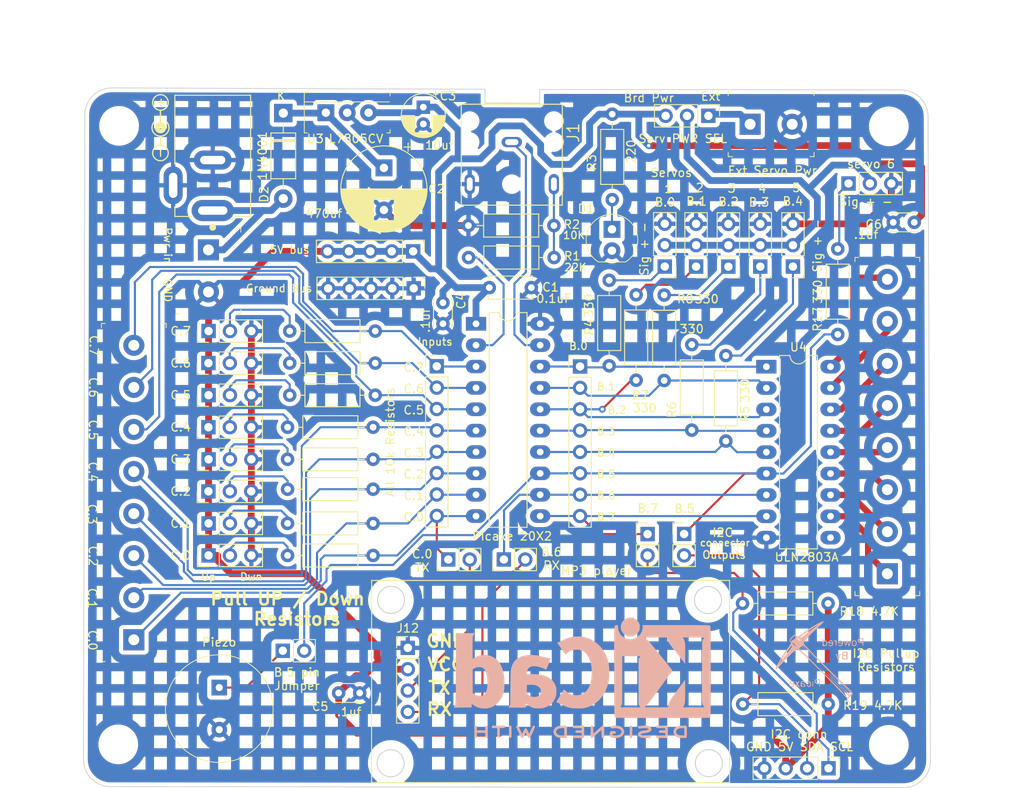
<source format=kicad_pcb>
(kicad_pcb (version 20211014) (generator pcbnew)
  (layers (0 "F.Cu" signal) (31 "B.Cu" signal) (34 "B.Paste" user) (35 "F.Paste" user) (36 "B.SilkS" user "B.Silkscreen") (37 "F.SilkS" user "F.Silkscreen") (38 "B.Mask" user) (39 "F.Mask" user) (44 "Edge.Cuts" user))
  (net 0 "")
  (net 1 "/ic7")
  (net 2 "/ic6")
  (net 3 "/ic5")
  (net 4 "/ic4")
  (net 5 "/ic3")
  (net 6 "/ic2")
  (net 7 "/ic1")
  (net 8 "/ic0")
  (net 9 "Net-(C2-Pad1)")
  (net 10 "Net-(D1-Pad1)")
  (net 11 "Net-(J1-Pad5)")
  (net 12 "/barr1")
  (net 13 "/ob0")
  (net 14 "/ob1")
  (net 15 "/ob2")
  (net 16 "/ob3")
  (net 17 "/ob4")
  (net 18 "/ob5")
  (net 19 "/ob6")
  (net 20 "/ob7")
  (net 21 "Net-(J3-Pad1)")
  (net 22 "/Ser+")
  (net 23 "Net-(J13-Pad1)")
  (net 24 "Net-(J14-Pad1)")
  (net 25 "Net-(J15-Pad1)")
  (net 26 "Net-(J16-Pad1)")
  (net 27 "/5V")
  (net 28 "/SPw-in")
  (net 30 "VCC")
  (net 31 "GNDREF")
  (net 32 "Net-(J29-Pad1)")
  (net 33 "Net-(R1-Pad2)")
  (net 34 "Net-(J19-Pad2)")
  (net 35 "Net-(J20-Pad2)")
  (net 36 "Net-(J21-Pad2)")
  (net 37 "Net-(J22-Pad2)")
  (net 38 "Net-(J23-Pad2)")
  (net 39 "Net-(J24-Pad2)")
  (net 40 "Net-(J25-Pad2)")
  (net 41 "Net-(J26-Pad2)")
  (net 42 "Net-(J4-Pad1)")
  (net 43 "/RX")
  (net 44 "/TX")
  (net 45 "Net-(J6-Pad1)")
  (net 46 "Net-(J6-Pad2)")
  (net 47 "Net-(J6-Pad3)")
  (net 48 "Net-(J6-Pad4)")
  (net 49 "Net-(J6-Pad5)")
  (net 50 "Net-(J6-Pad6)")
  (net 51 "Net-(J6-Pad7)")
  (net 52 "Net-(J6-Pad8)")
  (net 53 "/I2CP1")
  (net 54 "/I2CP2")
  (footprint "Resistor_THT:R_Axial_DIN0207_L6.3mm_D2.5mm_P10.16mm_Horizontal" (layer "F.Cu") (at 80.518 100.076)
    (fp_text reference "R12" hide)
    (fp_text value "10K" hide)
  )
  (footprint "digikey-footprints:LED_5mm_Radial" (layer "F.Cu") (at 118.8 86.71 -90)
    (fp_text reference "D1")
    (fp_text value "LTL2R3KEK" hide)
  )
  (footprint "digikey-footprints:TO-220-3" (layer "F.Cu") (at 84.81 70.31)
    (fp_text reference "U3")
    (fp_text value "L7805CV")
  )
  (footprint "Connector_PinHeader_2.54mm:PinHeader_1x03_P2.54mm_Vertical" (layer "F.Cu") (at 128.79 88.6 180)
    (fp_text reference "J14" hide)
    (fp_text value "servo 3" hide)
  )
  (footprint "Connector_PinHeader_2.54mm:PinHeader_1x03_P2.54mm_Vertical" (layer "F.Cu") (at 136.42 88.6 180)
    (fp_text reference "J15" hide)
    (fp_text value "servo 4" hide)
  )
  (footprint "Resistor_THT:R_Axial_DIN0207_L6.3mm_D2.5mm_P10.16mm_Horizontal" (layer "F.Cu") (at 118.47 100.39 90)
    (fp_text reference "R4")
    (fp_text value "330")
  )
  (footprint "MountingHole:MountingHole_3.7mm" (layer "F.Cu") (at 60.250929 71.872555)
    (fp_text reference "REF**" hide)
    (fp_text value "MountingHole_3.7mm" hide)
  )
  (footprint "Resistor_THT:R_Axial_DIN0207_L6.3mm_D2.5mm_P10.16mm_Horizontal" (layer "F.Cu") (at 111.905 83.725 180)
    (fp_text reference "R2")
    (fp_text value "10K")
  )
  (footprint "Connector_PinHeader_2.54mm:PinHeader_1x02_P2.54mm_Vertical" (layer "F.Cu") (at 105.96 123.42 90)
    (fp_text reference "J5" hide)
    (fp_text value "B.7 RX" hide)
  )
  (footprint "Connector_PinHeader_2.54mm:PinHeader_1x03_P2.54mm_Vertical" (layer "F.Cu") (at 146.9 78.72 90)
    (fp_text reference "J4" hide)
    (fp_text value "servo 6")
  )
  (footprint "Resistor_THT:R_Axial_DIN0207_L6.3mm_D2.5mm_P10.16mm_Horizontal" (layer "F.Cu") (at 80.264 122.936)
    (fp_text reference "R9" hide)
    (fp_text value "10K" hide)
  )
  (footprint "Connector_PinHeader_2.54mm:PinHeader_1x02_P2.54mm_Vertical" (layer "F.Cu") (at 123.03 120.4)
    (fp_text reference "J30" hide)
    (fp_text value "B.7")
  )
  (footprint "Connector_PinHeader_2.54mm:PinHeader_1x03_P2.54mm_Vertical" (layer "F.Cu") (at 70.881 96.266 90)
    (fp_text reference "J24" hide)
    (fp_text value "C.7")
  )
  (footprint "Connector_PinHeader_2.54mm:PinHeader_1x03_P2.54mm_Vertical" (layer "F.Cu") (at 70.881 122.936 90)
    (fp_text reference "J19" hide)
    (fp_text value "C.0")
  )
  (footprint "Connector_PinHeader_2.54mm:PinHeader_1x02_P2.54mm_Vertical" (layer "F.Cu") (at 99.36 123.42 90)
    (fp_text reference "J27" hide)
    (fp_text value "B.6 TX" hide)
  )
  (footprint "Capacitor_THT:C_Disc_D3.0mm_W2.0mm_P2.50mm" (layer "F.Cu") (at 86.33 139.28)
    (fp_text reference "C5")
    (fp_text value ".1uf")
  )
  (footprint "Connector_PinHeader_2.54mm:PinHeader_1x08_P2.54mm_Vertical" (layer "F.Cu") (at 115.01 100.47)
    (fp_text reference "J2" hide)
    (fp_text value "Conn_01x08_Male - pin I/O" hide)
  )
  (footprint "Capacitor_THT:C_Disc_D5.0mm_W2.5mm_P5.00mm" (layer "F.Cu") (at 104.225 91.1)
    (fp_text reference "C1")
    (fp_text value "0.1uF")
  )
  (footprint "Connector_PinHeader_2.54mm:PinHeader_1x02_P2.54mm_Vertical" (layer "F.Cu") (at 79.7 134.26 90)
    (fp_text reference "J29" hide)
    (fp_text value "B.5 pin" hide)
  )
  (footprint "Resistor_THT:R_Axial_DIN0207_L6.3mm_D2.5mm_P10.16mm_Horizontal" (layer "F.Cu") (at 80.264 115.062)
    (fp_text reference "R13" hide)
    (fp_text value "10K" hide)
  )
  (footprint "digikey-footprints:Term_Block_1x8_P5mm" (layer "F.Cu") (at 62 132.96 90)
    (fp_text reference "J28" hide)
    (fp_text value "OSTTC080162" hide)
  )
  (footprint "Connector_PinHeader_2.54mm:PinHeader_1x03_P2.54mm_Vertical" (layer "F.Cu") (at 70.866 115.316 90)
    (fp_text reference "J23" hide)
    (fp_text value "C.2")
  )
  (footprint "Connector_PinHeader_2.54mm:PinHeader_1x03_P2.54mm_Vertical" (layer "F.Cu") (at 70.881 119.126 90)
    (fp_text reference "J21" hide)
    (fp_text value "C.1")
  )
  (footprint "Package_DIP:DIP-20_W7.62mm_LongPads" (layer "F.Cu") (at 102.65 95.4)
    (fp_text reference "U1" hide)
    (fp_text value "Picaxe 20X2")
  )
  (footprint "Connector_PinHeader_2.54mm:PinHeader_1x04_P2.54mm_Vertical" (layer "F.Cu") (at 144.52 148.23 -90)
    (fp_text reference "J31" hide)
    (fp_text value "I2C conn")
  )
  (footprint "Resistor_THT:R_Axial_DIN0207_L6.3mm_D2.5mm_P10.16mm_Horizontal" (layer "F.Cu") (at 132.33 99.18 -90)
    (fp_text reference "R5")
    (fp_text value "330")
  )
  (footprint "Capacitor_THT:CP_Radial_D5.0mm_P2.00mm" (layer "F.Cu") (at 96.39 69.65 -90)
    (fp_text reference "C3")
    (fp_text value "10uf")
  )
  (footprint "Resistor_THT:R_Axial_DIN0207_L6.3mm_D2.5mm_P10.16mm_Horizontal" (layer "F.Cu") (at 145.62 86.5 -90)
    (fp_text reference "R17")
    (fp_text value "330")
  )
  (footprint "Resistor_THT:R_Axial_DIN0207_L6.3mm_D2.5mm_P10.16mm_Horizontal" (layer "F.Cu") (at 111.925 87.525 180)
    (fp_text reference "R1")
    (fp_text value "22K")
  )
  (footprint "MountingHole:MountingHole_3.7mm" (layer "F.Cu") (at 151.685001 145.45)
    (fp_text reference "REF**" hide)
    (fp_text value "MountingHole_3.7mm" hide)
  )
  (footprint "Connector_PinHeader_2.54mm:PinHeader_1x02_P2.54mm_Vertical" (layer "F.Cu") (at 127.37 120.385)
    (fp_text reference "J32" hide)
    (fp_text value "B.5")
  )
  (footprint "Resistor_THT:R_Axial_DIN0207_L6.3mm_D2.5mm_P10.16mm_Horizontal" (layer "F.Cu") (at 125 91.98 -90)
    (fp_text reference "R8")
    (fp_text value "330")
  )
  (footprint "Connector_BarrelJack:CUI_PJ-202AH" (layer "F.Cu") (at 71.374 75.438 90)
    (fp_text reference "J8" hide)
    (fp_text value "PJ-202AH" hide)
  )
  (footprint "digikey-footprints:Piezo_Transducer_THT_PS1240P02BT" (layer "F.Cu") (at 72.15 138.64)
    (fp_text reference "Piezo1" hide)
    (fp_text value "PS1240P02BT" hide)
  )
  (footprint "Resistor_THT:R_Axial_DIN0207_L6.3mm_D2.5mm_P10.16mm_Horizontal" (layer "F.Cu") (at 121.67 91.95 -90)
    (fp_text reference "R7")
    (fp_text value "330")
  )
  (footprint "Connector_PinHeader_2.54mm:PinHeader_1x03_P2.54mm_Vertical" (layer "F.Cu") (at 132.63 88.61 180)
    (fp_text reference "J13" hide)
    (fp_text value "servo 2" hide)
  )
  (footprint "Connector_PinHeader_2.54mm:PinHeader_1x03_P2.54mm_Vertical" (layer "F.Cu") (at 130.255 70.68 -90)
    (fp_text reference "J18" hide)
    (fp_text value "Servo power select" hide)
  )
  (footprint "Resistor_THT:R_Axial_DIN0207_L6.3mm_D2.5mm_P10.16mm_Horizontal" (layer "F.Cu") (at 80.264 111.506)
    (fp_text reference "R15" hide)
    (fp_text value "10K" hide)
  )
  (footprint "Resistor_THT:R_Axial_DIN0207_L6.3mm_D2.5mm_P10.16mm_Horizontal" (layer "F.Cu") (at 144.49 140.61 180)
    (fp_text reference "R19" hide)
    (fp_text value "R19 4.7K")
  )
  (footprint "Connector_PinHeader_2.54mm:PinHeader_1x03_P2.54mm_Vertical" (layer "F.Cu") (at 70.866 100.076 90)
    (fp_text reference "J22" hide)
    (fp_text value "C.6")
  )
  (footprint "Connector_PinHeader_2.54mm:PinHeader_1x03_P2.54mm_Vertical" (layer "F.Cu") (at 70.881 103.886 90)
    (fp_text reference "J20" hide)
    (fp_text value "C.5")
  )
  (footprint "Resistor_THT:R_Axial_DIN0207_L6.3mm_D2.5mm_P10.16mm_Horizontal" (layer "F.Cu") (at 134.31 128.64)
    (fp_text reference "R18" hide)
    (fp_text value "R18 4.7K")
  )
  (footprint "Resistor_THT:R_Axial_DIN0207_L6.3mm_D2.5mm_P10.16mm_Horizontal" (layer "F.Cu") (at 128.28 97.88 -90)
    (fp_text reference "R6")
    (fp_text value "330")
  )
  (footprint "Connector_PinHeader_2.54mm:PinHeader_1x03_P2.54mm_Vertical" (layer "F.Cu") (at 140.3 88.6 180)
    (fp_text reference "J16" hide)
    (fp_text value "servo 5" hide)
  )
  (footprint "Symbol:Symbol_Barrel_Polarity" (layer "F.Cu") (at 65.09 72.09 90)
    (fp_text reference "REF**" hide)
    (fp_text value "Symbol_Barrel_Polarity" hide)
  )
  (footprint "Connector_PinHeader_2.54mm:PinHeader_1x03_P2.54mm_Vertical" (layer "F.Cu") (at 70.866 107.696 90)
    (fp_text reference "J26" hide)
    (fp_text value "C.4")
  )
  (footprint "digikey-footprints:Term_Block_1x2_P5mm" (layer "F.Cu") (at 135.21 71.68)
    (fp_text reference "J17" hide)
    (fp_text value "Ext servo power" hide)
  )
  (footprint "Capacitor_THT:C_Disc_D3.0mm_W2.0mm_P2.50mm" (layer "F.Cu") (at 98.72 92.89 -90)
    (fp_text reference "C4")
    (fp_text value ".1uf")
  )
  (footprint "MountingHole:MountingHole_3.7mm" (layer "F.Cu") (at 151.685001 71.93)
    (fp_text reference "REF**" hide)
    (fp_text value "MountingHole_3.7mm" hide)
  )
  (footprint "Capacitor_THT:CP_Radial_D10.0mm_P5.00mm" (layer "F.Cu") (at 91.71 76.872323 -90)
    (fp_text reference "C2")
    (fp_text value "470uf")
  )
  (footprint "Resistor_THT:R_Axial_DIN0207_L6.3mm_D2.5mm_P10.16mm_Horizontal" (layer "F.Cu") (at 118.83 80.64 90)
    (fp_text reference "R3")
    (fp_text value "220")
  )
  (footprint "FC68131:CLIFF_FC68131" (layer "F.Cu") (at 106.9 73.8 -90)
    (fp_text reference "J1")
    (fp_text value "FC68131" hide)
  )
  (footprint "Diode_THT:D_DO-41_SOD81_P10.16mm_Horizontal" (layer "F.Cu") (at 79.756 70.358 -90)
    (fp_text reference "D2")
    (fp_text value "1N4001")
  )
  (footprint "MountingHole:MountingHole_3.7mm" (layer "F.Cu") (at 60.150929 145.392555)
    (fp_text reference "REF**" hide)
    (fp_text value "MountingHole_3.7mm" hide)
  )
  (footprint "Capacitor_THT:C_Disc_D3.0mm_W2.0mm_P2.50mm" (layer "F.Cu") (at 154.71 83.34 180)
    (fp_text reference "C6")
    (fp_text value ".1uf")
  )
  (footprint "Connector_PinHeader_2.54mm:PinHeader_1x05_P2.54mm_Vertical" (layer "F.Cu") (at 95.18 86.79 -90)
    (fp_text reference "J9" hide)
    (fp_text value "Conn_01x05_Male (+ power bus)" hide)
  )
  (footprint "digikey-footprints:Term_Block_1x2_P5mm" (layer "F.Cu") (at 70.866 86.614 -90)
    (fp_text reference "J7" hide)
    (fp_text value "OSTTC020162" hide)
  )
  (footprint "Catalex MP3:Catalex MP3 player board" (layer "F.Cu") (at 97.076 133.007)
    (fp_text reference "J12")
    (fp_text value "MP3 player")
    (fp_circle (center 33.128601 -4.77) (end 34.388601 -3.77) (layer "Edge.Cuts") (width 0.12) (fill none))
    (fp_circle (center -4.52 -4.788601) (end -3.26 -3.788601) (layer "Edge.Cuts") (width 0.12) (fill none))
    (fp_circle (center 33.23 14.62) (end 34.49 15.62) (layer "Edge.Cuts") (width 0.12) (fill none))
    (fp_circle (center -4.57 14.631399) (end -3.31 15.631399) (layer "Edge.Cuts") (width 0.12) (fill none))
  )
  (footprint "Resistor_THT:R_Axial_DIN0207_L6.3mm_D2.5mm_P10.16mm_Horizontal" (layer "F.Cu") (at 80.518 103.886)
    (fp_text reference "R10" hide)
    (fp_text value "10K" hide)
  )
  (footprint "Resistor_THT:R_Axial_DIN0207_L6.3mm_D2.5mm_P10.16mm_Horizontal" (layer "F.Cu") (at 80.264 119.126)
    (fp_text reference "R11" hide)
    (fp_text value "10K" hide)
  )
  (footprint "digikey-footprints:Term_Block_1x8_P5mm" (layer "F.Cu") (at 151.51 125.11 90)
    (fp_text reference "J6" hide)
    (fp_text value "OSTTC080162" hide)
  )
  (footprint "Connector_PinHeader_2.54mm:PinHeader_1x08_P2.54mm_Vertical" (layer "F.Cu") (at 97.99 100.45)
    (fp_text reference "J11" hide)
    (fp_text value "Conn_01x08_Male - pin I/O" hide)
  )
  (footprint "Connector_PinHeader_2.54mm:PinHeader_1x03_P2.54mm_Vertical" (layer "F.Cu") (at 70.881 111.506 90)
    (fp_text reference "J25" hide)
    (fp_text value "C.3")
  )
  (footprint "Connector_PinHeader_2.54mm:PinHeader_1x03_P2.54mm_Vertical" (layer "F.Cu") (at 125.07 88.59 180)
    (fp_text reference "J3" hide)
    (fp_text value "servo 1" hide)
  )
  (footprint "Connector_PinHeader_2.54mm:PinHeader_1x05_P2.54mm_Vertical" (layer "F.Cu") (at 95.245 91.186 -90)
    (fp_text reference "J10" hide)
    (fp_text value "Conn_01x05_Male (- power bus)" hide)
  )
  (footprint "Resistor_THT:R_Axial_DIN0207_L6.3mm_D2.5mm_P10.16mm_Horizontal" (layer "F.Cu") (at 80.264 107.696)
    (fp_text reference "R16" hide)
    (fp_text value "10K" hide)
  )
  (footprint "Package_DIP:DIP-18_W7.62mm_LongPads" (layer "F.Cu") (at 137.14 100.5)
    (fp_text reference "U4")
    (fp_text value "ULN2803A")
  )
  (footprint "Resistor_THT:R_Axial_DIN0207_L6.3mm_D2.5mm_P10.16mm_Horizontal" (layer "F.Cu") (at 80.518 96.266)
    (fp_text reference "R14" hide)
    (fp_text value "10K" hide)
  )
  (footprint "Picaxe_Joe:Powered by Picaxe" (layer "B.Cu") (at 143.521318 135.555686 180)
    (fp_text reference "G***" hide)
    (fp_text value "LOGO" hide)
  )
  (footprint "Symbol:KiCad-Logo2_12mm_SilkScreen" (layer "B.Cu") (at 115.29 136.24 180)
    (fp_text reference "REF**" hide)
    (fp_text value "KiCad-Logo2_12mm_SilkScreen" hide)
  )
  (gr_line (start 153.145001 67.6) (end 110.21 67.56) (layer "Edge.Cuts") (width 0.1))
  (gr_line (start 156.345001 70.8) (end 156.635 147.31) (layer "Edge.Cuts") (width 0.1))
  (gr_line (start 103.71 67.52) (end 59.382742 67.362742) (layer "Edge.Cuts") (width 0.1))
  (gr_line (start 103.71 69.16) (end 103.71 67.52) (layer "Edge.Cuts") (width 0.1))
  (gr_arc (start 153.145001 67.6) (mid 155.407743 68.537258) (end 156.345001 70.8) (layer "Edge.Cuts") (width 0.1))
  (gr_arc (start 59.232742 150.412742) (mid 56.962925 149.472559) (end 56.022742 147.202742) (layer "Edge.Cuts") (width 0.1))
  (gr_line (start 153.435001 150.520015) (end 59.232742 150.412742) (layer "Edge.Cuts") (width 0.1))
  (gr_line (start 110.21 69.18) (end 110.21 67.56) (layer "Edge.Cuts") (width 0.1))
  (gr_line (start 56.022742 147.202742) (end 56.182742 70.562742) (layer "Edge.Cuts") (width 0.1))
  (gr_arc (start 56.182742 70.562742) (mid 57.120006 68.300013) (end 59.382742 67.362742) (layer "Edge.Cuts") (width 0.1))
  (gr_arc (start 156.635 147.31) (mid 155.701286 149.579214) (end 153.435001 150.520015) (layer "Edge.Cuts") (width 0.1))
  (gr_line (start 110.21 69.18) (end 103.71 69.16) (layer "Edge.Cuts") (width 0.1))
  (gr_text "GND" (at 99.06 133.096) (layer "F.SilkS") (effects (font (size 1.5 1.5) (thickness 0.3))))
  (gr_text "B.6" (at 118.11 115.824) (layer "F.SilkS") (effects (font (size 0.9 0.9))))
  (gr_text "Ground Bus" (at 79.248 91.186) (layer "F.SilkS") (effects (font (size 0.9 0.9))))
  (gr_text "C.7" (at 57.26 97.97 270) (layer "F.SilkS") (effects (font (size 1 1))))
  (gr_text "C.0\nTX" (at 96.26 123.57) (layer "F.SilkS") (effects (font (size 1 1))))
  (gr_text " 4\nB.3" (at 136.27 80.15) (layer "F.SilkS") (effects (font (size 1 1))))
  (gr_text "C.0" (at 57.1 133.01 270) (layer "F.SilkS") (effects (font (size 1 1))))
  (gr_text "220" (at 121.09 74.93 90) (layer "F.SilkS") (effects (font (size 1 1))))
  (gr_text "C.5" (at 57.17 108.01 270) (layer "F.SilkS") (effects (font (size 1 1))))
  (gr_text "All 10k Resistors" (at 92.456 109.474 90) (layer "F.SilkS") (effects (font (size 1 1))))
  (gr_text "I2C Pullup\nResistors" (at 151.36 135.39) (layer "F.SilkS") (effects (font (size 1 1))))
  (gr_text "B.7" (at 118.11 118.364) (layer "F.SilkS") (effects (font (size 0.9 0.9))))
  (gr_text "B.1" (at 118.11 102.87) (layer "F.SilkS") (effects (font (size 0.9 0.9))))
  (gr_text "B.3" (at 118.11 108.204) (layer "F.SilkS") (effects (font (size 0.9 0.9))))
  (gr_text "B.4" (at 118.11 110.744) (layer "F.SilkS") (effects (font (size 0.9 0.9))))
  (gr_text "Pull UP / Down\n  Resistors" (at 80.264 129.286) (layer "F.SilkS") (effects (font (size 1.5 1.5) (thickness 0.3))))
  (gr_text "C.2" (at 57.16 122.99 270) (layer "F.SilkS") (effects (font (size 1 1))))
  (gr_text "Ext Servo Pwr" (at 137.86 77.19) (layer "F.SilkS") (effects (font (size 1 1))))
  (gr_text "C.3" (at 57.05 118.03 270) (layer "F.SilkS") (effects (font (size 1 1))))
  (gr_text "RX" (at 98.298 141.224) (layer "F.SilkS") (effects (font (size 1.5 1.5) (thickness 0.3))))
  (gr_text "B.5" (at 118.11 113.284) (layer "F.SilkS") (effects (font (size 0.9 0.9))))
  (gr_text "TX" (at 98.298 138.684) (layer "F.SilkS") (effects (font (size 1.5 1.5) (thickness 0.3))))
  (gr_text "B.0" (at 114.808 98.044) (layer "F.SilkS") (effects (font (size 0.9 0.9))))
  (gr_text " 2\nB.1" (at 128.84 80.04) (layer "F.SilkS") (effects (font (size 1 1))))
  (gr_text "C.1" (at 57.06 128.02 270) (layer "F.SilkS") (effects (font (size 1 1))))
  (gr_text "Ext" (at 130.52 68.37) (layer "F.SilkS") (effects (font (size 1 1))))
  (gr_text "Sig + -" (at 148.96 80.89) (layer "F.SilkS") (effects (font (size 1 1))))
  (gr_text "B.2" (at 119.38 105.664) (layer "F.SilkS") (effects (font (size 0.9 0.9))))
  (gr_text "Outputs" (at 132.12 122.86) (layer "F.SilkS") (effects (font (size 0.9 0.9))))
  (gr_text "-" (at 65.1 75.1 90) (layer "F.SilkS") (effects (font (size 1 1))))
  (gr_text "Sig + -" (at 143.2 86.11 90) (layer "F.SilkS") (effects (font (size 1 1))))
  (gr_text "+" (at 65.17 69.09 90) (layer "F.SilkS") (effects (font (size 1 1))))
  (gr_text "connector" (at 132.22 121.44) (layer "F.SilkS") (effects (font (size 0.8 0.8))))
  (gr_text "10uf" (at 98.298 74.168) (layer "F.SilkS") (effects (font (size 1 1))))
  (gr_text "5V bus" (at 80.518 86.614) (layer "F.SilkS") (effects (font (size 0.9 0.9))))
  (gr_text "Servos" (at 125.85 77.44) (layer "F.SilkS") (effects (font (size 1 1))))
  (gr_text "C.6" (at 57.2 102.96 270) (layer "F.SilkS") (effects (font (size 1 1))))
  (gr_text "GND 5V SDA SCL" (at 141.08 145.69) (layer "F.SilkS") (effects (font (size 1 1))))
  (gr_text "C.4" (at 57.13 113 270) (layer "F.SilkS") (effects (font (size 1 1))))
  (gr_text "Sig + -" (at 122.63 86.5 90) (layer "F.SilkS") (effects (font (size 1 1))))
  (gr_text "I2C" (at 131.96 120.22) (layer "F.SilkS") (effects (font (size 1 1))))
  (gr_text "Brd Pwr" (at 123.18 68.55) (layer "F.SilkS") (effects (font (size 1 1))))
  (gr_text "B.5 pin\nJumper" (at 81.38 137.63) (layer "F.SilkS") (effects (font (size 1 1))))
  (gr_text "VCC" (at 99.06 135.89) (layer "F.SilkS") (effects (font (size 1.5 1.5) (thickness 0.3))))
  (gr_text "Up" (at 70.866 125.476) (layer "F.SilkS") (effects (font (size 0.9 0.9))))
  (gr_text "Inputs" (at 97.79 97.536) (layer "F.SilkS") (effects (font (size 0.9 0.9))))
  (gr_text "GND" (at 66.04 91.44 270) (layer "F.SilkS") (effects (font (size 0.9 0.9))))
  (gr_text " 5\nB.4" (at 140.29 80.04) (layer "F.SilkS") (effects (font (size 1 1))))
  (gr_text "Dwn" (at 75.946 125.476) (layer "F.SilkS") (effects (font (size 0.9 0.9))))
  (gr_text "Pwr in" (at 66.04 86.106 270) (layer "F.SilkS") (effects (font (size 0.9 0.9))))
  (gr_text " 1\nB.0" (at 125.1 80.15) (layer "F.SilkS") (effects (font (size 1 1))))
  (gr_text "Serv PWR SEL" (at 127.22 73.4) (layer "F.SilkS") (effects (font (size 1 1))))
  (gr_text " 3\nB.2" (at 132.64 80.1) (layer "F.SilkS") (effects (font (size 1 1))))
  (gr_text "B.6\nRX" (at 111.62 123.33) (layer "F.SilkS") (effects (font (size 1 1))))
  (segment (start 102.65 100.48) (end 98.02 100.48) (width 0.25) (layer "B.Cu") (net 1))
  (segment (start 90.678 96.266) (end 85.636 96.266) (width 0.25) (layer "B.Cu") (net 1))
  (segment (start 63.92 88.65) (end 62.13 90.44) (width 0.25) (layer "B.Cu") (net 1))
  (segment (start 93.806 96.266) (end 97.99 100.45) (width 0.25) (layer "B.Cu") (net 1))
  (segment (start 82.11 92.74) (end 82.11 89.47) (width 0.25) (layer "B.Cu") (net 1))
  (segment (start 90.678 96.266) (end 93.806 96.266) (width 0.25) (layer "B.Cu") (net 1))
  (segment (start 82.11 89.47) (end 81.29 88.65) (width 0.25) (layer "B.Cu") (net 1))
  (segment (start 85.636 96.266) (end 82.11 92.74) (width 0.25) (layer "B.Cu") (net 1))
  (segment (start 62.13 90.44) (end 62.13 97.83) (width 0.25) (layer "B.Cu") (net 1))
  (segment (start 62.13 97.83) (end 62 97.96) (width 0.25) (layer "B.Cu") (net 1))
  (segment (start 98.02 100.48) (end 97.99 100.45) (width 0.25) (layer "B.Cu") (net 1))
  (segment (start 81.29 88.65) (end 63.92 88.65) (width 0.25) (layer "B.Cu") (net 1))
  (segment (start 81.66 89.83) (end 80.93 89.1) (width 0.25) (layer "B.Cu") (net 2))
  (segment (start 88.809604 100.076) (end 81.66 92.926396) (width 0.25) (layer "B.Cu") (net 2))
  (segment (start 90.678 100.076) (end 95.076 100.076) (width 0.25) (layer "B.Cu") (net 2))
  (segment (start 64.18 100.78) (end 62 102.96) (width 0.25) (layer "B.Cu") (net 2))
  (segment (start 81.66 92.926396) (end 81.66 89.83) (width 0.25) (layer "B.Cu") (net 2))
  (segment (start 64.18 90.16) (end 64.18 100.78) (width 0.25) (layer "B.Cu") (net 2))
  (segment (start 98.02 103.02) (end 97.99 102.99) (width 0.25) (layer "B.Cu") (net 2))
  (segment (start 80.93 89.1) (end 65.24 89.1) (width 0.25) (layer "B.Cu") (net 2))
  (segment (start 90.678 100.076) (end 88.809604 100.076) (width 0.25) (layer "B.Cu") (net 2))
  (segment (start 65.24 89.1) (end 64.18 90.16) (width 0.25) (layer "B.Cu") (net 2))
  (segment (start 102.65 103.02) (end 98.02 103.02) (width 0.25) (layer "B.Cu") (net 2))
  (segment (start 95.076 100.076) (end 97.99 102.99) (width 0.25) (layer "B.Cu") (net 2))
  (segment (start 80.47 89.55) (end 67.07 89.55) (width 0.25) (layer "B.Cu") (net 3))
  (segment (start 80.92 92.88) (end 80.92 90) (width 0.25) (layer "B.Cu") (net 3))
  (segment (start 98.02 105.56) (end 97.99 105.53) (width 0.25) (layer "B.Cu") (net 3))
  (segment (start 65.02 91.6) (end 65.02 106.43) (width 0.25) (layer "B.Cu") (net 3))
  (segment (start 63.49 107.96) (end 62 107.96) (width 0.25) (layer "B.Cu") (net 3))
  (segment (start 67.07 89.55) (end 65.02 91.6) (width 0.25) (layer "B.Cu") (net 3))
  (segment (start 65.02 106.43) (end 63.49 107.96) (width 0.25) (layer "B.Cu") (net 3))
  (segment (start 102.65 105.56) (end 98.02 105.56) (width 0.25) (layer "B.Cu") (net 3))
  (segment (start 90.678 103.886) (end 96.346 103.886) (width 0.25) (layer "B.Cu") (net 3))
  (segment (start 88.43 100.39) (end 80.92 92.88) (width 0.25) (layer "B.Cu") (net 3))
  (segment (start 80.92 90) (end 80.47 89.55) (width 0.25) (layer "B.Cu") (net 3))
  (segment (start 90.678 103.886) (end 88.43 101.638) (width 0.25) (layer "B.Cu") (net 3))
  (segment (start 96.346 103.886) (end 97.99 105.53) (width 0.25) (layer "B.Cu") (net 3))
  (segment (start 88.43 101.638) (end 88.43 100.39) (width 0.25) (layer "B.Cu") (net 3))
  (segment (start 69 125.25) (end 68.4 124.65) (width 0.25) (layer "B.Cu") (net 4))
  (segment (start 97.616 107.696) (end 97.99 108.07) (width 0.25) (layer "B.Cu") (net 4))
  (segment (start 84.184 107.696) (end 81.96 109.92) (width 0.25) (layer "B.Cu") (net 4))
  (segment (start 81.93 125.25) (end 69 125.25) (width 0.25) (layer "B.Cu") (net 4))
  (segment (start 68.4 119.34) (end 62.02 112.96) (width 0.25) (layer "B.Cu") (net 4))
  (segment (start 81.96 125.22) (end 81.93 125.25) (width 0.25) (layer "B.Cu") (net 4))
  (segment (start 81.96 109.92) (end 81.96 125.22) (width 0.25) (layer "B.Cu") (net 4))
  (segment (start 98.02 108.1) (end 97.99 108.07) (width 0.25) (layer "B.Cu") (net 4))
  (segment (start 68.4 124.65) (end 68.4 119.34) (width 0.25) (layer "B.Cu") (net 4))
  (segment (start 102.65 108.1) (end 98.02 108.1) (width 0.25) (layer "B.Cu") (net 4))
  (segment (start 90.424 107.696) (end 84.184 107.696) (width 0.25) (layer "B.Cu") (net 4))
  (segment (start 90.424 107.696) (end 97.616 107.696) (width 0.25) (layer "B.Cu") (net 4))
  (segment (start 62.02 112.96) (end 62 112.96) (width 0.25) (layer "B.Cu") (net 4))
  (segment (start 90.424 111.506) (end 97.094 111.506) (width 0.25) (layer "B.Cu") (net 5))
  (segment (start 102.65 110.64) (end 98.02 110.64) (width 0.25) (layer "B.Cu") (net 5))
  (segment (start 98.02 110.64) (end 97.99 110.61) (width 0.25) (layer "B.Cu") (net 5))
  (segment (start 90.424 111.506) (end 84.034 111.506) (width 0.25) (layer "B.Cu") (net 5))
  (segment (start 84.034 111.506) (end 82.46 113.08) (width 0.25) (layer "B.Cu") (net 5))
  (segment (start 82.08 126.01) (end 69.123604 126.01) (width 0.25) (layer "B.Cu") (net 5))
  (segment (start 82.46 125.63) (end 82.08 126.01) (width 0.25) (layer "B.Cu") (net 5))
  (segment (start 67.95 123.92) (end 62 117.97) (width 0.25) (layer "B.Cu") (net 5))
  (segment (start 82.46 113.08) (end 82.46 125.63) (width 0.25) (layer "B.Cu") (net 5))
  (segment (start 97.094 111.506) (end 97.99 110.61) (width 0.25) (layer "B.Cu") (net 5))
  (segment (start 62 117.97) (end 62 117.96) (width 0.25) (layer "B.Cu") (net 5))
  (segment (start 69.123604 126.01) (end 67.95 124.836396) (width 0.25) (layer "B.Cu") (net 5))
  (segment (start 67.95 124.836396) (end 67.95 123.92) (width 0.25) (layer "B.Cu") (net 5))
  (segment (start 82.266396 126.46) (end 65.5 126.46) (width 0.25) (layer "B.Cu") (net 6))
  (segment (start 82.94 116.19) (end 82.94 125.786396) (width 0.25) (layer "B.Cu") (net 6))
  (segment (start 90.424 115.062) (end 84.068 115.062) (width 0.25) (layer "B.Cu") (net 6))
  (segment (start 102.65 113.18) (end 98.02 113.18) (width 0.25) (layer "B.Cu") (net 6))
  (segment (start 65.5 126.46) (end 62 122.96) (width 0.25) (layer "B.Cu") (net 6))
  (segment (start 82.94 125.786396) (end 82.266396 126.46) (width 0.25) (layer "B.Cu") (net 6))
  (segment (start 98.02 113.18) (end 97.99 113.15) (width 0.25) (layer "B.Cu") (net 6))
  (segment (start 96.078 115.062) (end 97.99 113.15) (width 0.25) (layer "B.Cu") (net 6))
  (segment (start 90.424 115.062) (end 96.078 115.062) (width 0.25) (layer "B.Cu") (net 6))
  (segment (start 84.068 115.062) (end 82.94 116.19) (width 0.25) (layer "B.Cu") (net 6))
  (segment (start 102.65 115.72) (end 98.02 115.72) (width 0.25) (layer "B.Cu") (net 7))
  (segment (start 90.424 119.126) (end 87.254 119.126) (width 0.25) (layer "B.Cu") (net 7))
  (segment (start 63.05 126.91) (end 62 127.96) (width 0.25) (layer "B.Cu") (net 7))
  (segment (start 90.424 119.126) (end 94.554 119.126) (width 0.25) (layer "B.Cu") (net 7))
  (segment (start 83.76 122.62) (end 83.76 125.75) (width 0.25) (layer "B.Cu") (net 7))
  (segment (start 87.254 119.126) (end 83.76 122.62) (width 0.25) (layer "B.Cu") (net 7))
  (segment (start 83.76 125.75) (end 82.6 126.91) (width 0.25) (layer "B.Cu") (net 7))
  (segment (start 94.554 119.126) (end 97.99 115.69) (width 0.25) (layer "B.Cu") (net 7))
  (segment (start 82.6 126.91) (end 63.05 126.91) (width 0.25) (layer "B.Cu") (net 7))
  (segment (start 98.02 115.72) (end 97.99 115.69) (width 0.25) (layer "B.Cu") (net 7))
  (segment (start 97.99 118.23) (end 97.99 122.05) (width 0.25) (layer "F.Cu") (net 8))
  (segment (start 97.99 122.05) (end 99.36 123.42) (width 0.25) (layer "F.Cu") (net 8))
  (segment (start 93.284 122.936) (end 97.99 118.23) (width 0.25) (layer "B.Cu") (net 8))
  (segment (start 84.21 123.39) (end 84.21 125.936396) (width 0.25) (layer "B.Cu") (net 8))
  (segment (start 84.21 125.936396) (end 82.786396 127.36) (width 0.25) (layer "B.Cu") (net 8))
  (segment (start 84.664 122.936) (end 84.21 123.39) (width 0.25) (layer "B.Cu") (net 8))
  (segment (start 90.424 122.936) (end 84.664 122.936) (width 0.25) (layer "B.Cu") (net 8))
  (segment (start 102.65 118.26) (end 98.02 118.26) (width 0.25) (layer "B.Cu") (net 8))
  (segment (start 90.424 122.936) (end 93.284 122.936) (width 0.25) (layer "B.Cu") (net 8))
  (segment (start 67.6 127.36) (end 62 132.96) (width 0.25) (layer "B.Cu") (net 8))
  (segment (start 98.02 118.26) (end 97.99 118.23) (width 0.25) (layer "B.Cu") (net 8))
  (segment (start 82.786396 127.36) (end 67.6 127.36) (width 0.25) (layer "B.Cu") (net 8))
  (segment (start 91.372323 76.872323) (end 84.81 70.31) (width 0.81) (layer "B.Cu") (net 9))
  (segment (start 79.756 70.358) (end 84.762 70.358) (width 0.81) (layer "B.Cu") (net 9))
  (segment (start 91.71 76.872323) (end 91.372323 76.872323) (width 0.81) (layer "B.Cu") (net 9))
  (segment (start 84.762 70.358) (end 84.81 70.31) (width 0.81) (layer "B.Cu") (net 9))
  (segment (start 118.8 84.17) (end 118.8 80.67) (width 0.25) (layer "B.Cu") (net 10))
  (segment (start 118.8 80.67) (end 118.83 80.64) (width 0.25) (layer "B.Cu") (net 10))
  (segment (start 111.905 83.725) (end 111.905 87.505) (width 0.25) (layer "B.Cu") (net 11))
  (segment (start 111.9 83.72) (end 111.905 83.725) (width 0.25) (layer "B.Cu") (net 11))
  (segment (start 111.905 87.505) (end 111.925 87.525) (width 0.25) (layer "B.Cu") (net 11))
  (segment (start 111.9 78.8) (end 111.9 83.72) (width 0.25) (layer "B.Cu") (net 11))
  (segment (start 107.2125 96.6875) (end 108.465 97.94) (width 0.25) (layer "B.Cu") (net 12))
  (segment (start 108.575 89.25) (end 107.2125 90.6125) (width 0.25) (layer "B.Cu") (net 12))
  (segment (start 108.575 75.475) (end 108.575 89.25) (width 0.25) (layer "B.Cu") (net 12))
  (segment (start 108.465 97.94) (end 110.27 97.94) (width 0.25) (layer "B.Cu") (net 12))
  (segment (start 106.9 73.8) (end 108.575 75.475) (width 0.25) (layer "B.Cu") (net 12))
  (segment (start 107.2125 90.6125) (end 107.2125 96.6875) (width 0.25) (layer "B.Cu") (net 12))
  (segment (start 115.12 100.58) (end 115.01 100.47) (width 0.25) (layer "B.Cu") (net 13))
  (segment (start 115 100.48) (end 115.01 100.47) (width 0.25) (layer "B.Cu") (net 13))
  (segment (start 118.47 100.39) (end 118.28 100.58) (width 0.25) (layer "B.Cu") (net 13))
  (segment (start 110.27 100.48) (end 115 100.48) (width 0.25) (layer "B.Cu") (net 13))
  (segment (start 118.58 100.5) (end 118.47 100.39) (width 0.25) (layer "B.Cu") (net 13))
  (segment (start 137.14 100.5) (end 118.58 100.5) (width 0.25) (layer "B.Cu") (net 13))
  (segment (start 118.28 100.58) (end 115.12 100.58) (width 0.25) (layer "B.Cu") (net 13))
  (segment (start 115.95 103.95) (end 123.19 103.95) (width 0.25) (layer "B.Cu") (net 14))
  (segment (start 123.19 103.95) (end 125 102.14) (width 0.25) (layer "B.Cu") (net 14))
  (segment (start 110.27 103.02) (end 115 103.02) (width 0.25) (layer "B.Cu") (net 14))
  (segment (start 136.24 102.14) (end 137.14 103.04) (width 0.25) (layer "B.Cu") (net 14))
  (segment (start 125 102.14) (end 136.24 102.14) (width 0.25) (layer "B.Cu") (net 14))
  (segment (start 115.95 103.95) (end 115.01 103.01) (width 0.25) (layer "B.Cu") (net 14))
  (segment (start 115 103.02) (end 115.01 103.01) (width 0.25) (layer "B.Cu") (net 14))
  (segment (start 121.1 102.11) (end 121.67 102.11) (width 0.25) (layer "F.Cu") (net 15))
  (segment (start 117.65 105.56) (end 121.1 102.11) (width 0.25) (layer "F.Cu") (net 15))
  (via (at 117.65 105.56) (size 0.8) (drill 0.4) (layers "F.Cu" "B.Cu") (net 15))
  (segment (start 115.02 105.56) (end 117.65 105.56) (width 0.25) (layer "B.Cu") (net 15))
  (segment (start 136.23 106.49) (end 115.95 106.49) (width 0.25) (layer "B.Cu") (net 15))
  (segment (start 137.14 105.58) (end 136.23 106.49) (width 0.25) (layer "B.Cu") (net 15))
  (segment (start 117.65 105.56) (end 110.27 105.56) (width 0.25) (layer "B.Cu") (net 15))
  (segment (start 115.01 105.55) (end 115.02 105.56) (width 0.25) (layer "B.Cu") (net 15))
  (segment (start 115.95 106.49) (end 115.01 105.55) (width 0.25) (layer "B.Cu") (net 15))
  (segment (start 110.27 108.1) (end 115 108.1) (width 0.25) (layer "B.Cu") (net 16))
  (segment (start 128.36 108.12) (end 128.28 108.04) (width 0.25) (layer "B.Cu") (net 16))
  (segment (start 128.28 108.04) (end 115.06 108.04) (width 0.25) (layer "B.Cu") (net 16))
  (segment (start 137.14 108.12) (end 128.36 108.12) (width 0.25) (layer "B.Cu") (net 16))
  (segment (start 137.14 110.66) (end 133.65 110.66) (width 0.25) (layer "B.Cu") (net 17))
  (segment (start 115.01 110.63) (end 131.07 110.63) (width 0.25) (layer "B.Cu") (net 17))
  (segment (start 133.65 110.66) (end 132.33 109.34) (width 0.25) (layer "B.Cu") (net 17))
  (segment (start 110.27 110.64) (end 115 110.64) (width 0.25) (layer "B.Cu") (net 17))
  (segment (start 131.07 110.63) (end 132.33 109.37) (width 0.25) (layer "B.Cu") (net 17))
  (segment (start 132.33 109.37) (end 132.33 109.34) (width 0.25) (layer "B.Cu") (net 17))
  (segment (start 134.555 113.2) (end 127.37 120.385) (width 0.25) (layer "F.Cu") (net 18))
  (segment (start 137.14 113.2) (end 134.555 113.2) (width 0.25) (layer "F.Cu") (net 18))
  (segment (start 92.786396 124.07) (end 96.336396 120.52) (width 0.25) (layer "B.Cu") (net 18))
  (segment (start 85.39 124.07) (end 92.786396 124.07) (width 0.25) (layer "B.Cu") (net 18))
  (segment (start 84.89 124.57) (end 85.39 124.07) (width 0.25) (layer "B.Cu") (net 18))
  (segment (start 96.336396 120.52) (end 102.38099 120.52) (width 0.25) (layer "B.Cu") (net 18))
  (segment (start 142.43 109.92) (end 142.43 98.29) (width 0.25) (layer "B.Cu") (net 18))
  (segment (start 82.24 128.62) (end 84.89 125.97) (width 0.25) (layer "B.Cu") (net 18))
  (segment (start 102.38099 120.52) (end 109.72099 113.18) (width 0.25) (layer "B.Cu") (net 18))
  (segment (start 137.14 113.2) (end 137.12 113.18) (width 0.25) (layer "B.Cu") (net 18))
  (segment (start 115.02 113.18) (end 115.01 113.17) (width 0.25) (layer "B.Cu") (net 18))
  (segment (start 137.14 113.2) (end 139.15 113.2) (width 0.25) (layer "B.Cu") (net 18))
  (segment (start 144.06 96.66) (end 145.62 96.66) (width 0.25) (layer "B.Cu") (net 18))
  (segment (start 142.43 98.29) (end 144.06 96.66) (width 0.25) (layer "B.Cu") (net 18))
  (segment (start 115.01 113.17) (end 115 113.16) (width 0.25) (layer "B.Cu") (net 18))
  (segment (start 82.24 134.26) (end 82.24 128.62) (width 0.25) (layer "B.Cu") (net 18))
  (segment (start 109.72099 113.18) (end 110.27 113.18) (width 0.25) (layer "B.Cu") (net 18))
  (segment (start 113.4 113.18) (end 110.27 113.18) (width 0.25) (layer "B.Cu") (net 18))
  (segment (start 137.12 113.18) (end 115.02 113.18) (width 0.25) (layer "B.Cu") (net 18))
  (segment (start 115 113.16) (end 113.42 113.16) (width 0.25) (layer "B.Cu") (net 18))
  (segment (start 84.89 125.97) (end 84.89 124.57) (width 0.25) (layer "B.Cu") (net 18))
  (segment (start 139.15 113.2) (end 142.43 109.92) (width 0.25) (layer "B.Cu") (net 18))
  (segment (start 113.42 113.16) (end 113.4 113.18) (width 0.25) (layer "B.Cu") (net 18))
  (segment (start 110.27 115.72) (end 107.817386 115.72) (width 0.25) (layer "B.Cu") (net 19))
  (segment (start 137.13 115.73) (end 115.03 115.73) (width 0.25) (layer "B.Cu") (net 19))
  (segment (start 105.98 117.557386) (end 105.98 122.763604) (width 0.25) (layer "B.Cu") (net 19))
  (segment (start 115.03 115.73) (end 115.01 115.71) (width 0.25) (layer "B.Cu") (net 19))
  (segment (start 115 115.72) (end 110.27 115.72) (width 0.25) (layer "B.Cu") (net 19))
  (segment (start 107.817386 115.72) (end 105.98 117.557386) (width 0.25) (layer "B.Cu") (net 19))
  (segment (start 115.01 115.71) (end 115 115.72) (width 0.25) (layer "B.Cu") (net 19))
  (segment (start 137.14 115.74) (end 137.13 115.73) (width 0.25) (layer "B.Cu") (net 19))
  (segment (start 105.98 122.763604) (end 105.641802 123.101802) (width 0.25) (layer "B.Cu") (net 19))
  (segment (start 117.16 120.4) (end 115.01 118.25) (width 0.25) (layer "F.Cu") (net 20))
  (segment (start 123.03 120.4) (end 117.16 120.4) (width 0.25) (layer "F.Cu") (net 20))
  (segment (start 110.28 118.25) (end 110.27 118.26) (width 0.25) (layer "B.Cu") (net 20))
  (segment (start 137.12 118.26) (end 115.02 118.26) (width 0.25) (layer "B.Cu") (net 20))
  (segment (start 115.01 118.25) (end 110.28 118.25) (width 0.25) (layer "B.Cu") (net 20))
  (segment (start 115.02 118.26) (end 115.01 118.25) (width 0.25) (layer "B.Cu") (net 20))
  (segment (start 123.43 90.23) (end 125.07 88.59) (width 0.25) (layer "B.Cu") (net 21))
  (segment (start 118.47 90.23) (end 123.43 90.23) (width 0.25) (layer "B.Cu") (net 21))
  (segment (start 142.175 79.385) (end 145.02 76.54) (width 0.81) (layer "B.Cu") (net 22))
  (segment (start 125.08 86.06) (end 125.07 86.05) (width 0.81) (layer "B.Cu") (net 22))
  (segment (start 128.79 86.06) (end 125.08 86.06) (width 0.81) (layer "B.Cu") (net 22))
  (segment (start 145.02 76.54) (end 147.74 76.54) (width 0.81) (layer "B.Cu") (net 22))
  (segment (start 132.63 86.07) (end 128.8 86.07) (width 0.81) (layer "B.Cu") (net 22))
  (segment (start 143.2 80.41) (end 143.2 83.16) (width 0.81) (layer "B.Cu") (net 22))
  (segment (start 130.48 78.37) (end 127.715 75.605) (width 0.81) (layer "B.Cu") (net 22))
  (segment (start 143.2 80.41) (end 142.175 79.385) (width 0.81) (layer "B.Cu") (net 22))
  (segment (start 143.2 83.16) (end 140.3 86.06) (width 0.81) (layer "B.Cu") (net 22))
  (segment (start 141.16 78.37) (end 130.48 78.37) (width 0.81) (layer "B.Cu") (net 22))
  (segment (start 128.8 86.07) (end 128.79 86.06) (width 0.81) (layer "B.Cu") (net 22))
  (segment (start 132.64 86.06) (end 132.63 86.07) (width 0.81) (layer "B.Cu") (net 22))
  (segment (start 149.44 78.24) (end 149.44 78.72) (width 0.81) (layer "B.Cu") (net 22))
  (segment (start 140.3 86.06) (end 136.42 86.06) (width 0.81) (layer "B.Cu") (net 22))
  (segment (start 142.175 79.385) (end 141.16 78.37) (width 0.81) (layer "B.Cu") (net 22))
  (segment (start 136.42 86.06) (end 132.64 86.06) (width 0.81) (layer "B.Cu") (net 22))
  (segment (start 147.74 76.54) (end 149.44 78.24) (width 0.81) (layer "B.Cu") (net 22))
  (segment (start 127.715 75.605) (end 127.715 70.68) (width 0.81) (layer "B.Cu") (net 22))
  (segment (start 129.26 91.98) (end 132.63 88.61) (width 0.25) (layer "B.Cu") (net 23))
  (segment (start 125 91.98) (end 129.26 91.98) (width 0.25) (layer "B.Cu") (net 23))
  (segment (start 121.67 91.95) (end 122.86 90.76) (width 0.25) (layer "F.Cu") (net 24))
  (segment (start 122.86 90.76) (end 126.63 90.76) (width 0.25) (layer "F.Cu") (net 24))
  (segment (start 126.63 90.76) (end 128.79 88.6) (width 0.25) (layer "F.Cu") (net 24))
  (segment (start 136.42 91.91) (end 136.42 88.6) (width 0.25) (layer "B.Cu") (net 25))
  (segment (start 128.28 97.88) (end 130.45 97.88) (width 0.25) (layer "B.Cu") (net 25))
  (segment (start 130.45 97.88) (end 136.42 91.91) (width 0.25) (layer "B.Cu") (net 25))
  (segment (start 132.33 99.18) (end 134.14 99.18) (width 0.25) (layer "B.Cu") (net 26))
  (segment (start 134.14 99.18) (end 140.3 93.02) (width 0.25) (layer "B.Cu") (net 26))
  (segment (start 140.3 93.02) (end 140.3 88.6) (width 0.25) (layer "B.Cu") (net 26))
  (segment (start 70.866 115.316) (end 70.866 119.111) (width 0.81) (layer "F.Cu") (net 27))
  (segment (start 90.9 133.67) (end 90.9 135.05) (width 0.81) (layer "F.Cu") (net 27))
  (segment (start 90.9 135.05) (end 91.435 135.585) (width 0.81) (layer "F.Cu") (net 27))
  (segment (start 105.43 144.06) (end 105.57 143.92) (width 0.81) (layer "F.Cu") (net 27))
  (segment (start 86.33 141.89) (end 88.5 144.06) (width 0.81) (layer "F.Cu") (net 27))
  (segment (start 139.51 146.12) (end 139.44 146.19) (width 0.81) (layer "F.Cu") (net 27))
  (segment (start 149.51 76.38) (end 155.17 76.38) (width 0.81) (layer "F.Cu") (net 27))
  (segment (start 88.38 137.23) (end 86.33 139.28) (width 0.81) (layer "F.Cu") (net 27))
  (segment (start 70.866 103.871) (end 70.881 103.886) (width 0.81) (layer "F.Cu") (net 27))
  (segment (start 70.881 100.061) (end 70.866 100.076) (width 0.81) (layer "F.Cu") (net 27))
  (segment (start 73.517319 125.09) (end 82.32 125.09) (width 0.81) (layer "F.Cu") (net 27))
  (segment (start 70.881 111.506) (end 70.881 115.301) (width 0.81) (layer "F.Cu") (net 27))
  (segment (start 155.58 76.79) (end 155.58 82.47) (width 0.81) (layer "F.Cu") (net 27))
  (segment (start 70.881 96.266) (end 70.881 100.061) (width 0.81) (layer "F.Cu") (net 27))
  (segment (start 91.005 135.585) (end 89.36 137.23) (width 0.81) (layer "F.Cu") (net 27))
  (segment (start 105.57 143.92) (end 137.31 143.92) (width 0.81) (layer "F.Cu") (net 27))
  (segment (start 155.17 76.38) (end 155.58 76.79) (width 0.81) (layer "F.Cu") (net 27))
  (segment (start 123.16 74.22) (end 147.35 74.22) (width 0.81) (layer "F.Cu") (net 27))
  (segment (start 70.881 94.503) (end 70.881 96.266) (width 0.81) (layer "F.Cu") (net 27))
  (segment (start 144.49 128.66) (end 144.47 128.64) (width 0.81) (layer "F.Cu") (net 27))
  (segment (start 147.35 74.22) (end 149.51 76.38) (width 0.81) (layer "F.Cu") (net 27))
  (segment (start 70.881 115.301) (end 70.866 115.316) (width 0.81) (layer "F.Cu") (net 27))
  (segment (start 70.866 100.076) (end 70.866 103.871) (width 0.81) (layer "F.Cu") (net 27))
  (segment (start 70.881 122.936) (end 71.966 122.936) (width 0.81) (layer "F.Cu") (net 27))
  (segment (start 70.881 103.886) (end 70.881 107.681) (width 0.81) (layer "F.Cu") (net 27))
  (segment (start 82.32 125.09) (end 90.9 133.67) (width 0.81) (layer "F.Cu") (net 27))
  (segment (start 71.966 122.936) (end 71.966 123.538681) (width 0.81) (layer "F.Cu") (net 27))
  (segment (start 78.564 86.79) (end 70.866 94.488) (width 0.81) (layer "F.Cu") (net 27))
  (segment (start 88.5 144.06) (end 105.43 144.06) (width 0.81) (layer "F.Cu") (net 27))
  (segment (start 70.881 119.126) (end 70.881 122.936) (width 0.81) (layer "F.Cu") (net 27))
  (segment (start 70.866 94.488) (end 70.881 94.503) (width 0.81) (layer "F.Cu") (net 27))
  (segment (start 71.966 123.538681) (end 73.517319 125.09) (width 0.81) (layer "F.Cu") (net 27))
  (segment (start 155.58 82.47) (end 154.71 83.34) (width 0.81) (layer "F.Cu") (net 27))
  (segment (start 91.435 135.585) (end 92.307 136.457) (width 0.81) (layer "F.Cu") (net 27))
  (segment (start 70.881 107.681) (end 70.866 107.696) (width 0.81) (layer "F.Cu") (net 27))
  (segment (start 85.02 86.79) (end 78.564 86.79) (width 0.81) (layer "F.Cu") (net 27))
  (segment (start 139.44 146.19) (end 139.44 148.23) (width 0.81) (layer "F.Cu") (net 27))
  (segment (start 86.33 139.28) (end 86.33 141.89) (width 0.81) (layer "F.Cu") (net 27))
  (segment (start 144.49 140.61) (end 144.49 128.66) (width 0.81) (layer "F.Cu") (net 27))
  (segment (start 139.44 148.23) (end 144.49 143.18) (width 0.81) (layer "F.Cu") (net 27))
  (segment (start 70.866 107.696) (end 70.866 111.491) (width 0.81) (layer "F.Cu") (net 27))
  (segment (start 92.307 136.457) (end 94.546 136.457) (width 0.81) (layer "F.Cu") (net 27))
  (segment (start 91.435 135.585) (end 91.005 135.585) (width 0.81) (layer "F.Cu") (net 27))
  (segment (start 70.866 111.491) (end 70.881 111.506) (width 0.81) (layer "F.Cu") (net 27))
  (segment (start 137.31 143.92) (end 139.51 146.12) (width 0.81) (layer "F.Cu") (net 27))
  (segment (start 144.49 143.18) (end 144.49 140.61) (width 0.81) (layer "F.Cu") (net 27))
  (segment (start 89.36 137.23) (end 88.38 137.23) (width 0.81) (layer "F.Cu") (net 27))
  (segment (start 70.866 119.111) (end 70.881 119.126) (width 0.81) (layer "F.Cu") (net 27))
  (via (at 123.16 74.22) (size 0.8) (drill 0.4) (layers "F.Cu" "B.Cu") (net 27))
  (segment (start 113.82 76.45) (end 116.14 74.13) (width 0.81) (layer "B.Cu") (net 27))
  (segment (start 95.73 70.31) (end 96.39 69.65) (width 0.81) (layer "B.Cu") (net 27))
  (segment (start 108.09 71.88) (end 110.33 74.12) (width 0.81) (layer "B.Cu") (net 27))
  (segment (start 105.41 71.88) (end 108.09 71.88) (width 0.81) (layer "B.Cu") (net 27))
  (segment (start 90.1 86.79) (end 87.56 86.79) (width 0.81) (layer "B.Cu") (net 27))
  (segment (start 98.21 77.37) (end 99.79 75.79) (width 0.81) (layer "B.Cu") (net 27))
  (segment (start 99.79 75.79) (end 100.53 75.79) (width 0.81) (layer "B.Cu") (net 27))
  (segment (start 102.65 95.4) (end 102.65 92.675) (width 0.81) (layer "B.Cu") (net 27))
  (segment (start 95.18 86.79) (end 92.64 86.79) (width 0.81) (layer "B.Cu") (net 27))
  (segment (start 110.33 74.12) (end 110.33 75.15) (width 0.81) (layer "B.Cu") (net 27))
  (segment (start 98.72 92.89) (end 98.72 91.55) (width 0.81) (layer "B.Cu") (net 27))
  (segment (start 99.725 90.545) (end 98.21 89.03) (width 0.81) (layer "B.Cu") (net 27))
  (segment (start 104.55 74.4) (end 104.55 72.74) (width 0.81) (layer "B.Cu") (net 27))
  (segment (start 110.33 75.15) (end 111.63 76.45) (width 0.81) (layer "B.Cu") (net 27))
  (segment (start 97.26 88.87) (end 98.05 88.87) (width 0.81) (layer "B.Cu") (net 27))
  (segment (start 116.14 71.62) (end 117.28 70.48) (width 0.81) (layer "B.Cu") (net 27))
  (segment (start 121.99 73.05) (end 123.16 74.22) (width 0.81) (layer "B.Cu") (net 27))
  (segment (start 98.72 91.55) (end 99.725 90.545) (width 0.81) (layer "B.Cu") (net 27))
  (segment (start 98.05 88.87) (end 98.21 89.03) (width 0.81) (layer "B.Cu") (net 27))
  (segment (start 118.83 70.48) (end 121.99 70.48) (width 0.81) (layer "B.Cu") (net 27))
  (segment (start 124.79 70.48) (end 124.81 70.5) (width 0.81) (layer "B.Cu") (net 27))
  (segment (start 100.53 72.35) (end 100.53 75.79) (width 0.81) (layer "B.Cu") (net 27))
  (segment (start 103.16 75.79) (end 104.55 74.4) (width 0.81) (layer "B.Cu") (net 27))
  (segment (start 121.99 70.48) (end 121.99 73.05) (width 0.81) (layer "B.Cu") (net 27))
  (segment (start 100.28 91.1) (end 99.725 90.545) (width 0.81) (layer "B.Cu") (net 27))
  (segment (start 121.99 70.48) (end 124.79 70.48) (width 0.81) (layer "B.Cu") (net 27))
  (segment (start 104.225 91.1) (end 100.28 91.1) (width 0.81) (layer "B.Cu") (net 27))
  (segment (start 87.56 86.79) (end 85.02 86.79) (width 0.81) (layer "B.Cu") (net 27))
  (segment (start 97.83 69.65) (end 100.53 72.35) (width 0.81) (layer "B.Cu") (net 27))
  (segment (start 96.39 69.65) (end 97.83 69.65) (width 0.81) (layer "B.Cu") (net 27))
  (segment (start 104.55 72.74) (end 105.41 71.88) (width 0.81) (layer "B.Cu") (net 27))
  (segment (start 95.18 86.79) (end 97.26 88.87) (width 0.81) (layer "B.Cu") (net 27))
  (segment (start 89.89 70.31) (end 95.73 70.31) (width 0.81) (layer "B.Cu") (net 27))
  (segment (start 98.21 89.03) (end 98.21 77.37) (width 0.81) (layer "B.Cu") (net 27))
  (segment (start 102.65 92.675) (end 104.225 91.1) (width 0.81) (layer "B.Cu") (net 27))
  (segment (start 92.64 86.79) (end 90.1 86.79) (width 0.81) (layer "B.Cu") (net 27))
  (segment (start 100.53 75.79) (end 103.16 75.79) (width 0.81) (layer "B.Cu") (net 27))
  (segment (start 116.14 74.13) (end 116.14 71.62) (width 0.81) (layer "B.Cu") (net 27))
  (segment (start 111.63 76.45) (end 113.82 76.45) (width 0.81) (layer "B.Cu") (net 27))
  (segment (start 117.28 70.48) (end 118.83 70.48) (width 0.81) (layer "B.Cu") (net 27))
  (segment (start 134.03 70.5) (end 129.89 70.5) (width 0.81) (layer "B.Cu") (net 28))
  (segment (start 135.21 71.68) (end 134.03 70.5) (width 0.81) (layer "B.Cu") (net 28))
  (segment (start 71.374 81.938) (end 77.32 81.938) (width 0.81) (layer "B.Cu") (net 30))
  (segment (start 70.866 86.614) (end 72.644 86.614) (width 0.81) (layer "B.Cu") (net 30))
  (segment (start 77.32 81.938) (end 78.336 81.938) (width 0.81) (layer "B.Cu") (net 30))
  (segment (start 78.336 81.938) (end 79.756 80.518) (width 0.81) (layer "B.Cu") (net 30))
  (segment (start 72.644 86.614) (end 77.32 81.938) (width 0.81) (layer "B.Cu") (net 30))
  (segment (start 75.961 103.886) (end 75.961 107.681) (width 0.81) (layer "F.Cu") (net 31))
  (segment (start 75.946 111.491) (end 75.961 111.506) (width 0.81) (layer "F.Cu") (net 31))
  (segment (start 75.961 107.681) (end 75.946 107.696) (width 0.81) (layer "F.Cu") (net 31))
  (segment (start 75.946 119.111) (end 75.961 119.126) (width 0.81) (layer "F.Cu") (net 31))
  (segment (start 148.86 83.52) (end 151.98 80.4) (width 0.81) (layer "F.Cu") (net 31))
  (segment (start 93.562677 83.725) (end 91.71 81.872323) (width 0.81) (layer "F.Cu") (net 31))
  (segment (start 101.745 83.725) (end 93.562677 83.725) (width 0.81) (layer "F.Cu") (net 31))
  (segment (start 75.961 119.126) (end 75.961 122.936) (width 0.81) (layer "F.Cu") (net 31))
  (segment (start 75.961 111.506) (end 75.961 115.301) (width 0.81) (layer "F.Cu") (net 31))
  (segment (start 140.3 83.52) (end 148.86 83.52) (width 0.81) (layer "F.Cu") (net 31))
  (segment (start 151.98 80.4) (end 151.98 78.72) (width 0.81) (layer "F.Cu") (net 31))
  (segment (start 75.961 96.266) (end 75.961 100.061) (width 0.81) (layer "F.Cu") (net 31))
  (segment (start 75.946 103.871) (end 75.961 103.886) (width 0.81) (layer "F.Cu") (net 31))
  (segment (start 75.961 100.061) (end 75.946 100.076) (width 0.81) (layer "F.Cu") (net 31))
  (segment (start 75.961 115.301) (end 75.946 115.316) (width 0.81) (layer "F.Cu") (net 31))
  (segment (start 75.946 100.076) (end 75.946 103.871) (width 0.81) (layer "F.Cu") (net 31))
  (segment (start 75.946 115.316) (end 75.946 119.111) (width 0.81) (layer "F.Cu") (net 31))
  (segment (start 75.946 107.696) (end 75.946 111.491) (width 0.81) (layer "F.Cu") (net 31))
  (segment (start 101.9 78.8) (end 101.9 83.57) (width 0.25) (layer "B.Cu") (net 31))
  (segment (start 101.9 83.57) (end 101.745 83.725) (width 0.25) (layer "B.Cu") (net 31))
  (segment (start 72.15 138.64) (end 75.32 138.64) (width 0.25) (layer "F.Cu") (net 32))
  (segment (start 75.32 138.64) (end 79.7 134.26) (width 0.25) (layer "F.Cu") (net 32))
  (segment (start 105.925 96.625) (end 104.61 97.94) (width 0.25) (layer "B.Cu") (net 33))
  (segment (start 101.765 87.525) (end 102.775 87.525) (width 0.25) (layer "B.Cu") (net 33))
  (segment (start 104.61 97.94) (end 102.65 97.94) (width 0.25) (layer "B.Cu") (net 33))
  (segment (start 102.775 87.525) (end 105.925 90.675) (width 0.25) (layer "B.Cu") (net 33))
  (segment (start 105.925 90.675) (end 105.925 96.625) (width 0.25) (layer "B.Cu") (net 33))
  (segment (start 80.264 121.92) (end 80.264 122.936) (width 0.25) (layer "B.Cu") (net 34))
  (segment (start 73.421 122.159) (end 74.168 121.412) (width 0.25) (layer "B.Cu") (net 34))
  (segment (start 74.168 121.412) (end 79.756 121.412) (width 0.25) (layer "B.Cu") (net 34))
  (segment (start 79.756 121.412) (end 80.264 121.92) (width 0.25) (layer "B.Cu") (net 34))
  (segment (start 73.421 122.936) (end 73.421 122.159) (width 0.25) (layer "B.Cu") (net 34))
  (segment (start 73.421 103.886) (end 73.421 102.855) (width 0.25) (layer "B.Cu") (net 35))
  (segment (start 80.518 102.616) (end 80.518 103.886) (width 0.25) (layer "B.Cu") (net 35))
  (segment (start 73.421 102.855) (end 74.168 102.108) (width 0.25) (layer "B.Cu") (net 35))
  (segment (start 74.168 102.108) (end 80.01 102.108) (width 0.25) (layer "B.Cu") (net 35))
  (segment (start 80.01 102.108) (end 80.518 102.616) (width 0.25) (layer "B.Cu") (net 35))
  (segment (start 80.264 118.364) (end 80.264 119.126) (width 0.25) (layer "B.Cu") (net 36))
  (segment (start 73.421 119.126) (end 73.421 118.095) (width 0.25) (layer "B.Cu") (net 36))
  (segment (start 73.914 117.602) (end 79.502 117.602) (width 0.25) (layer "B.Cu") (net 36))
  (segment (start 79.502 117.602) (end 80.264 118.364) (width 0.25) (layer "B.Cu") (net 36))
  (segment (start 73.421 118.095) (end 73.914 117.602) (width 0.25) (layer "B.Cu") (net 36))
  (segment (start 79.756 98.298) (end 80.518 99.06) (width 0.25) (layer "B.Cu") (net 37))
  (segment (start 73.914 98.298) (end 79.756 98.298) (width 0.25) (layer "B.Cu") (net 37))
  (segment (start 73.406 98.806) (end 73.914 98.298) (width 0.25) (layer "B.Cu") (net 37))
  (segment (start 73.406 100.076) (end 73.406 98.806) (width 0.25) (layer "B.Cu") (net 37))
  (segment (start 80.518 99.06) (end 80.518 100.076) (width 0.25) (layer "B.Cu") (net 37))
  (segment (start 73.406 115.316) (end 73.406 114.046) (width 0.25) (layer "B.Cu") (net 38))
  (segment (start 73.406 114.046) (end 73.914 113.538) (width 0.25) (layer "B.Cu") (net 38))
  (segment (start 73.914 113.538) (end 79.756 113.538) (width 0.25) (layer "B.Cu") (net 38))
  (segment (start 80.264 114.046) (end 80.264 115.062) (width 0.25) (layer "B.Cu") (net 38))
  (segment (start 79.756 113.538) (end 80.264 114.046) (width 0.25) (layer "B.Cu") (net 38))
  (segment (start 73.421 94.219) (end 73.914 93.726) (width 0.25) (layer "B.Cu") (net 39))
  (segment (start 80.518 94.488) (end 80.518 96.266) (width 0.25) (layer "B.Cu") (net 39))
  (segment (start 73.914 93.726) (end 79.756 93.726) (width 0.25) (layer "B.Cu") (net 39))
  (segment (start 73.421 96.266) (end 73.421 94.219) (width 0.25) (layer "B.Cu") (net 39))
  (segment (start 79.756 93.726) (end 80.518 94.488) (width 0.25) (layer "B.Cu") (net 39))
  (segment (start 73.421 110.221) (end 73.914 109.728) (width 0.25) (layer "B.Cu") (net 40))
  (segment (start 73.421 111.506) (end 73.421 110.221) (width 0.25) (layer "B.Cu") (net 40))
  (segment (start 79.756 109.728) (end 80.264 110.236) (width 0.25) (layer "B.Cu") (net 40))
  (segment (start 73.914 109.728) (end 79.756 109.728) (width 0.25) (layer "B.Cu") (net 40))
  (segment (start 80.264 110.236) (end 80.264 111.506) (width 0.25) (layer "B.Cu") (net 40))
  (segment (start 80.264 106.68) (end 80.264 107.696) (width 0.25) (layer "B.Cu") (net 41))
  (segment (start 73.406 106.68) (end 73.914 106.172) (width 0.25) (layer "B.Cu") (net 41))
  (segment (start 73.914 106.172) (end 79.756 106.172) (width 0.25) (layer "B.Cu") (net 41))
  (segment (start 73.406 107.696) (end 73.406 106.68) (width 0.25) (layer "B.Cu") (net 41))
  (segment (start 79.756 106.172) (end 80.264 106.68) (width 0.25) (layer "B.Cu") (net 41))
  (segment (start 145.62 86.5) (end 145.8 86.32) (width 0.25) (layer "B.Cu") (net 42))
  (segment (start 145.8 79.82) (end 146.9 78.72) (width 0.25) (layer "B.Cu") (net 42))
  (segment (start 145.8 86.32) (end 145.8 79.82) (width 0.25) (layer "B.Cu") (net 42))
  (segment (start 94.546 141.537) (end 101.541 141.537) (width 0.25) (layer "F.Cu") (net 43))
  (segment (start 101.541 141.537) (end 103.41 139.668) (width 0.25) (layer "F.Cu") (net 43))
  (segment (start 108.5 123.572081) (end 108.5 123.42) (width 0.81) (layer "F.Cu") (net 43))
  (segment (start 103.41 128.662081) (end 108.5 123.572081) (width 0.25) (layer "F.Cu") (net 43))
  (segment (start 103.41 139.668) (end 103.41 128.662081) (width 0.25) (layer "F.Cu") (net 43))
  (segment (start 101.9 123.42) (end 101.91 123.43) (width 0.81) (layer "F.Cu") (net 44))
  (segment (start 101.91 123.43) (end 101.91 131.633) (width 0.25) (layer "F.Cu") (net 44))
  (segment (start 101.91 131.633) (end 94.546 138.997) (width 0.25) (layer "F.Cu") (net 44))
  (segment (start 149.23 120.63) (end 149.23 122.83) (width 0.75) (layer "F.Cu") (net 45))
  (segment (start 149.23 122.83) (end 151.51 125.11) (width 0.75) (layer "F.Cu") (net 45))
  (segment (start 146.88 118.28) (end 149.23 120.63) (width 0.75) (layer "F.Cu") (net 45))
  (segment (start 144.76 118.28) (end 146.88 118.28) (width 0.75) (layer "F.Cu") (net 45))
  (segment (start 144.76 115.74) (end 147.14 115.74) (width 0.75) (layer "F.Cu") (net 46))
  (segment (start 147.14 115.74) (end 151.51 120.11) (width 0.75) (layer "F.Cu") (net 46))
  (segment (start 149.6 113.2) (end 151.51 115.11) (width 0.75) (layer "F.Cu") (net 47))
  (segment (start 144.76 113.2) (end 149.6 113.2) (width 0.75) (layer "F.Cu") (net 47))
  (segment (start 144.76 110.66) (end 150.96 110.66) (width 0.75) (layer "F.Cu") (net 48))
  (segment (start 150.96 110.66) (end 151.51 110.11) (width 0.75) (layer "F.Cu") (net 48))
  (segment (start 148.5 108.12) (end 151.51 105.11) (width 0.75) (layer "F.Cu") (net 49))
  (segment (start 144.76 108.12) (end 148.5 108.12) (width 0.75) (layer "F.Cu") (net 49))
  (segment (start 144.76 105.58) (end 146.04 105.58) (width 0.75) (layer "F.Cu") (net 50))
  (segment (start 146.04 105.58) (end 151.51 100.11) (width 0.75) (layer "F.Cu") (net 50))
  (segment (start 151.51 96.29) (end 151.51 95.11) (width 0.75) (layer "F.Cu") (net 51))
  (segment (start 144.76 103.04) (end 151.51 96.29) (width 0.75) (layer "F.Cu") (net 51))
  (segment (start 147.49 97.77) (end 147.49 90.35) (width 0.75) (layer "F.Cu") (net 52))
  (segment (start 144.76 100.5) (end 147.49 97.77) (width 0.75) (layer "F.Cu") (net 52))
  (segment (start 151.32 89.92) (end 151.51 90.11) (width 0.75) (layer "F.Cu") (net 52))
  (segment (start 147.92 89.92) (end 151.32 89.92) (width 0.75) (layer "F.Cu") (net 52))
  (segment (start 147.49 90.35) (end 147.92 89.92) (width 0.75) (layer "F.Cu") (net 52))
  (segment (start 123.03 124.71) (end 123.34 125.02) (width 0.25) (layer "F.Cu") (net 53))
  (segment (start 134.31 126.02) (end 134.31 128.64) (width 0.25) (layer "F.Cu") (net 53))
  (segment (start 123.03 122.94) (end 123.03 124.71) (width 0.25) (layer "F.Cu") (net 53))
  (segment (start 133.31 125.02) (end 134.31 126.02) (width 0.25) (layer "F.Cu") (net 53))
  (segment (start 123.34 125.02) (end 133.31 125.02) (width 0.25) (layer "F.Cu") (net 53))
  (segment (start 133.205 129.745) (end 133.205 131.815) (width 0.25) (layer "B.Cu") (net 53))
  (segment (start 143.13 141.74) (end 143.13 144.6) (width 0.25) (layer "B.Cu") (net 53))
  (segment (start 143.13 144.6) (end 144.52 145.99) (width 0.25) (layer "B.Cu") (net 53))
  (segment (start 144.52 145.99) (end 144.52 148.23) (width 0.25) (layer "B.Cu") (net 53))
  (segment (start 133.205 131.815) (end 143.13 141.74) (width 0.25) (layer "B.Cu") (net 53))
  (segment (start 134.31 128.64) (end 133.205 129.745) (width 0.25) (layer "B.Cu") (net 53))
  (segment (start 136.28 125.47) (end 136.28 138.66) (width 0.25) (layer "F.Cu") (net 54))
  (segment (start 136.28 138.66) (end 134.33 140.61) (width 0.25) (layer "F.Cu") (net 54))
  (segment (start 133.735 122.925) (end 136.28 125.47) (width 0.25) (layer "F.Cu") (net 54))
  (segment (start 127.37 122.925) (end 133.735 122.925) (width 0.25) (layer "F.Cu") (net 54))
  (segment (start 134.33 140.61) (end 138.67 140.61) (width 0.25) (layer "B.Cu") (net 54))
  (segment (start 138.67 140.61) (end 141.98 143.92) (width 0.25) (layer "B.Cu") (net 54))
  (segment (start 141.98 143.92) (end 141.98 148.23) (width 0.25) (layer "B.Cu") (net 54))
  (zone (net 0) (net_name "") (layers F&B.Cu) (connect_pads (clearance 0)) (min_thickness 0.254)
    (keepout (tracks not_allowed) (vias not_allowed) (pads not_allowed) (copperpour not_allowed) (footprints allowed))
    (fill (thermal_gap 0.508) (thermal_bridge_width 0.508))
    (polygon (pts (xy 95.234989 147.6) (xy 95.215325 147.273832) (xy 95.156619 146.952389) (xy 95.059721 146.640326) (xy 94.926035 146.342165) (xy 94.757497 146.062223) (xy 94.556548 145.804557) (xy 94.326099 145.572899) (xy 94.069489 145.370604) (xy 93.790434 145.200602) (xy 93.492977 145.065356) (xy 93.181426 144.966826) (xy 92.860294 144.906437) (xy 92.534233 144.885066) (xy 92.207967 144.903022) (xy 91.886221 144.960044) (xy 91.573655 145.055307) (xy 91.274798 145.18743) (xy 90.993978 145.3545) (xy 90.735263 145.554097) (xy 90.502401 145.78333) (xy 90.298765 146.038877) (xy 90.127305 146.317038) (xy 89.990503 146.613783) (xy 89.890343 146.924814) (xy 89.828274 147.245625) (xy 89.805196 147.571569) (xy 89.821443 147.897925) (xy 89.87678 148.219966) (xy 89.970404 148.533026) (xy 90.100961 148.832571) (xy 90.266559 149.114262) (xy 90.464798 149.374018) (xy 90.692809 149.608077) (xy 90.947286 149.813048) (xy 91.224546 149.985963) (xy 91.520571 150.124316) (xy 91.831073 150.226104) (xy 92.151554 150.289852) (xy 92.477373 150.314636) (xy 92.80381 150.300098) (xy 93.126136 150.246448) (xy 93.439682 150.154464) (xy 93.739906 150.025477) (xy 94.02246 149.861357) (xy 94.283251 149.66448) (xy 94.5185 149.437699) (xy 94.724801 149.184297) (xy 94.899165 148.907947) (xy 95.039067 148.612651) (xy 95.142479 148.302686) (xy 95.207904 147.982543) (xy 95.234394 147.656858)))
  )
  (zone (net 0) (net_name "") (layers F&B.Cu) (connect_pads (clearance 0)) (min_thickness 0.254)
    (keepout (tracks not_allowed) (vias not_allowed) (pads not_allowed) (copperpour not_allowed) (footprints allowed))
    (fill (thermal_gap 0.508) (thermal_bridge_width 0.508))
    (polygon (pts (xy 95.254953 128.23) (xy 95.235289 127.903832) (xy 95.176583 127.582389) (xy 95.079685 127.270326) (xy 94.945999 126.972165) (xy 94.777461 126.692223) (xy 94.576512 126.434557) (xy 94.346063 126.202899) (xy 94.089453 126.000604) (xy 93.810398 125.830602) (xy 93.512941 125.695356) (xy 93.20139 125.596826) (xy 92.880258 125.536437) (xy 92.554197 125.515066) (xy 92.227931 125.533022) (xy 91.906185 125.590044) (xy 91.593619 125.685307) (xy 91.294762 125.81743) (xy 91.013942 125.9845) (xy 90.755227 126.184097) (xy 90.522365 126.41333) (xy 90.318729 126.668877) (xy 90.147269 126.947038) (xy 90.010467 127.243783) (xy 89.910307 127.554814) (xy 89.848238 127.875625) (xy 89.82516 128.201569) (xy 89.841407 128.527925) (xy 89.896744 128.849966) (xy 89.990368 129.163026) (xy 90.120925 129.462571) (xy 90.286523 129.744262) (xy 90.484762 130.004018) (xy 90.712773 130.238077) (xy 90.96725 130.443048) (xy 91.24451 130.615963) (xy 91.540535 130.754316) (xy 91.851037 130.856104) (xy 92.171518 130.919852) (xy 92.497337 130.944636) (xy 92.823774 130.930098) (xy 93.1461 130.876448) (xy 93.459646 130.784464) (xy 93.75987 130.655477) (xy 94.042424 130.491357) (xy 94.303215 130.29448) (xy 94.538464 130.067699) (xy 94.744765 129.814297) (xy 94.919129 129.537947) (xy 95.059031 129.242651) (xy 95.162443 128.932686) (xy 95.227868 128.612543) (xy 95.254358 128.286858)))
  )
  (zone (net 0) (net_name "") (layers F&B.Cu) (connect_pads (clearance 0)) (min_thickness 0.254)
    (keepout (tracks not_allowed) (vias not_allowed) (pads not_allowed) (copperpour not_allowed) (footprints allowed))
    (fill (thermal_gap 0.508) (thermal_bridge_width 0.508))
    (polygon (pts (xy 133.044971 147.59) (xy 133.025307 147.263832) (xy 132.966601 146.942389) (xy 132.869703 146.630326) (xy 132.736017 146.332165) (xy 132.567479 146.052223) (xy 132.36653 145.794557) (xy 132.136081 145.562899) (xy 131.879471 145.360604) (xy 131.600416 145.190602) (xy 131.302959 145.055356) (xy 130.991408 144.956826) (xy 130.670276 144.896437) (xy 130.344215 144.875066) (xy 130.017949 144.893022) (xy 129.696203 144.950044) (xy 129.383637 145.045307) (xy 129.08478 145.17743) (xy 128.80396 145.3445) (xy 128.545245 145.544097) (xy 128.312383 145.77333) (xy 128.108747 146.028877) (xy 127.937287 146.307038) (xy 127.800485 146.603783) (xy 127.700325 146.914814) (xy 127.638256 147.235625) (xy 127.615178 147.561569) (xy 127.631425 147.887925) (xy 127.686762 148.209966) (xy 127.780386 148.523026) (xy 127.910943 148.822571) (xy 128.076541 149.104262) (xy 128.27478 149.364018) (xy 128.502791 149.598077) (xy 128.757268 149.803048) (xy 129.034528 149.975963) (xy 129.330553 150.114316) (xy 129.641055 150.216104) (xy 129.961536 150.279852) (xy 130.287355 150.304636) (xy 130.613792 150.290098) (xy 130.936118 150.236448) (xy 131.249664 150.144464) (xy 131.549888 150.015477) (xy 131.832442 149.851357) (xy 132.093233 149.65448) (xy 132.328482 149.427699) (xy 132.534783 149.174297) (xy 132.709147 148.897947) (xy 132.849049 148.602651) (xy 132.952461 148.292686) (xy 133.017886 147.972543) (xy 133.044376 147.646858)))
  )
  (zone (net 0) (net_name "") (layers F&B.Cu) (connect_pads (clearance 0)) (min_thickness 0.254)
    (keepout (tracks not_allowed) (vias not_allowed) (pads not_allowed) (copperpour not_allowed) (footprints allowed))
    (fill (thermal_gap 0.508) (thermal_bridge_width 0.508))
    (polygon (pts (xy 132.904971 128.210018) (xy 132.885307 127.88385) (xy 132.826601 127.562407) (xy 132.729703 127.250344) (xy 132.596017 126.952183) (xy 132.427479 126.672241) (xy 132.22653 126.414575) (xy 131.996081 126.182917) (xy 131.739471 125.980622) (xy 131.460416 125.81062) (xy 131.162959 125.675374) (xy 130.851408 125.576844) (xy 130.530276 125.516455) (xy 130.204215 125.495084) (xy 129.877949 125.51304) (xy 129.556203 125.570062) (xy 129.243637 125.665325) (xy 128.94478 125.797448) (xy 128.66396 125.964518) (xy 128.405245 126.164115) (xy 128.172383 126.393348) (xy 127.968747 126.648895) (xy 127.797287 126.927056) (xy 127.660485 127.223801) (xy 127.560325 127.534832) (xy 127.498256 127.855643) (xy 127.475178 128.181587) (xy 127.491425 128.507943) (xy 127.546762 128.829984) (xy 127.640386 129.143044) (xy 127.770943 129.442589) (xy 127.936541 129.72428) (xy 128.13478 129.984036) (xy 128.362791 130.218095) (xy 128.617268 130.423066) (xy 128.894528 130.595981) (xy 129.190553 130.734334) (xy 129.501055 130.836122) (xy 129.821536 130.89987) (xy 130.147355 130.924654) (xy 130.473792 130.910116) (xy 130.796118 130.856466) (xy 131.109664 130.764482) (xy 131.409888 130.635495) (xy 131.692442 130.471375) (xy 131.953233 130.274498) (xy 132.188482 130.047717) (xy 132.394783 129.794315) (xy 132.569147 129.517965) (xy 132.709049 129.222669) (xy 132.812461 128.912704) (xy 132.877886 128.592561) (xy 132.904376 128.266876)))
  )
  (zone (net 31) (net_name "GNDREF") (layer "B.Cu") (connect_pads (clearance 0.508)) (min_thickness 0.254) (fill yes (mode hatch) (thermal_gap 0.508) (thermal_bridge_width 0.508) (hatch_thickness 1.016) (hatch_gap 1.524) (hatch_orientation 0) (hatch_border_algorithm hatch_thickness) (hatch_min_hole_area 0.3))
    (polygon (pts (xy 103.6 67.58) (xy 103.65 69.41) (xy 110.28 69.38) (xy 110.27 67.61) (xy 143.37 67.66) (xy 150.92 67.66) (xy 153.51 67.74) (xy 155.08 68.67) (xy 156.15 70.41) (xy 156.17 72.11) (xy 156.48 146.89) (xy 155.86 148.83) (xy 154.65 150.06) (xy 151.68 150.38) (xy 61.48 150.29) (xy 59.65 150.13) (xy 57.07 149.42) (xy 56.11 147.45) (xy 56.3 71.09) (xy 56.666632 69.21281) (xy 58.62 67.67) (xy 61.05 67.5) (xy 62.56 67.4)))
  )
)
</source>
